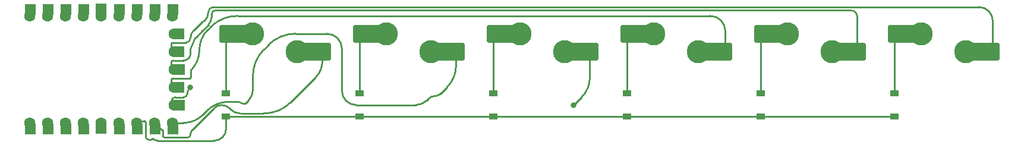
<source format=gbr>
G04 #@! TF.GenerationSoftware,KiCad,Pcbnew,(6.0.6)*
G04 #@! TF.CreationDate,2022-09-21T14:47:18+10:00*
G04 #@! TF.ProjectId,freshboard,66726573-6862-46f6-9172-642e6b696361,rev?*
G04 #@! TF.SameCoordinates,Original*
G04 #@! TF.FileFunction,Copper,L1,Top*
G04 #@! TF.FilePolarity,Positive*
%FSLAX46Y46*%
G04 Gerber Fmt 4.6, Leading zero omitted, Abs format (unit mm)*
G04 Created by KiCad (PCBNEW (6.0.6)) date 2022-09-21 14:47:18*
%MOMM*%
%LPD*%
G01*
G04 APERTURE LIST*
G04 Aperture macros list*
%AMRoundRect*
0 Rectangle with rounded corners*
0 $1 Rounding radius*
0 $2 $3 $4 $5 $6 $7 $8 $9 X,Y pos of 4 corners*
0 Add a 4 corners polygon primitive as box body*
4,1,4,$2,$3,$4,$5,$6,$7,$8,$9,$2,$3,0*
0 Add four circle primitives for the rounded corners*
1,1,$1+$1,$2,$3*
1,1,$1+$1,$4,$5*
1,1,$1+$1,$6,$7*
1,1,$1+$1,$8,$9*
0 Add four rect primitives between the rounded corners*
20,1,$1+$1,$2,$3,$4,$5,0*
20,1,$1+$1,$4,$5,$6,$7,0*
20,1,$1+$1,$6,$7,$8,$9,0*
20,1,$1+$1,$8,$9,$2,$3,0*%
G04 Aperture macros list end*
G04 #@! TA.AperFunction,SMDPad,CuDef*
%ADD10R,1.200000X0.900000*%
G04 #@! TD*
G04 #@! TA.AperFunction,SMDPad,CuDef*
%ADD11R,1.650000X2.500000*%
G04 #@! TD*
G04 #@! TA.AperFunction,ComponentPad*
%ADD12C,3.300000*%
G04 #@! TD*
G04 #@! TA.AperFunction,SMDPad,CuDef*
%ADD13RoundRect,0.250000X-1.025000X-1.000000X1.025000X-1.000000X1.025000X1.000000X-1.025000X1.000000X0*%
G04 #@! TD*
G04 #@! TA.AperFunction,CastellatedPad*
%ADD14R,1.600200X1.574800*%
G04 #@! TD*
G04 #@! TA.AperFunction,ComponentPad*
%ADD15C,1.600000*%
G04 #@! TD*
G04 #@! TA.AperFunction,ViaPad*
%ADD16C,0.800000*%
G04 #@! TD*
G04 #@! TA.AperFunction,Conductor*
%ADD17C,0.250000*%
G04 #@! TD*
G04 APERTURE END LIST*
D10*
G04 #@! TO.P,D2,1,K*
G04 #@! TO.N,row0*
X115570000Y-100710000D03*
G04 #@! TO.P,D2,2,A*
G04 #@! TO.N,Net-(SW2-Pad2)*
X115570000Y-97410000D03*
G04 #@! TD*
D11*
G04 #@! TO.P,SW6,1,1*
G04 #@! TO.N,col5*
X203755000Y-91440000D03*
D12*
X201930000Y-91440000D03*
D13*
X205480000Y-91440000D03*
D11*
G04 #@! TO.P,SW6,2,2*
G04 #@! TO.N,Net-(SW6-Pad2)*
X193780000Y-88900000D03*
D13*
X192030000Y-88900000D03*
D12*
X195580000Y-88900000D03*
G04 #@! TD*
D13*
G04 #@! TO.P,SW5,1,1*
G04 #@! TO.N,col4*
X186430000Y-91440000D03*
D12*
X182880000Y-91440000D03*
D11*
X184705000Y-91440000D03*
D12*
G04 #@! TO.P,SW5,2,2*
G04 #@! TO.N,Net-(SW5-Pad2)*
X176530000Y-88900000D03*
D11*
X174730000Y-88900000D03*
D13*
X172980000Y-88900000D03*
G04 #@! TD*
D10*
G04 #@! TO.P,D3,1,K*
G04 #@! TO.N,row0*
X134620000Y-100710000D03*
G04 #@! TO.P,D3,2,A*
G04 #@! TO.N,Net-(SW3-Pad2)*
X134620000Y-97410000D03*
G04 #@! TD*
G04 #@! TO.P,D6,1,K*
G04 #@! TO.N,row0*
X191770000Y-100710000D03*
G04 #@! TO.P,D6,2,A*
G04 #@! TO.N,Net-(SW6-Pad2)*
X191770000Y-97410000D03*
G04 #@! TD*
G04 #@! TO.P,D5,1,K*
G04 #@! TO.N,row0*
X172720000Y-100710000D03*
G04 #@! TO.P,D5,2,A*
G04 #@! TO.N,Net-(SW5-Pad2)*
X172720000Y-97410000D03*
G04 #@! TD*
G04 #@! TO.P,D4,1,K*
G04 #@! TO.N,row0*
X153670000Y-100710000D03*
G04 #@! TO.P,D4,2,A*
G04 #@! TO.N,Net-(SW4-Pad2)*
X153670000Y-97410000D03*
G04 #@! TD*
D13*
G04 #@! TO.P,SW1,1,1*
G04 #@! TO.N,col0*
X110230000Y-91440000D03*
D12*
X106680000Y-91440000D03*
D11*
X108505000Y-91440000D03*
G04 #@! TO.P,SW1,2,2*
G04 #@! TO.N,Net-(SW1-Pad2)*
X98530000Y-88900000D03*
D13*
X96780000Y-88900000D03*
D12*
X100330000Y-88900000D03*
G04 #@! TD*
D14*
G04 #@! TO.P,RZ1,*
G04 #@! TO.N,*
X86362500Y-102472000D03*
X68582500Y-102446600D03*
X71122500Y-102446600D03*
X83822500Y-102446600D03*
X89816900Y-88908400D03*
X89842300Y-99068400D03*
X86362500Y-85454000D03*
X81282500Y-102446600D03*
X78729800Y-85377800D03*
X68582500Y-85428600D03*
X89816900Y-91448400D03*
X88902500Y-102472000D03*
X88902500Y-85454000D03*
X83822500Y-85428600D03*
X81282500Y-85428600D03*
X71122500Y-85428600D03*
X73662500Y-102472000D03*
X89816900Y-96528400D03*
X89842300Y-93988400D03*
X73662500Y-85454000D03*
X76202500Y-102472000D03*
X76202500Y-85454000D03*
X78729800Y-102395800D03*
D15*
G04 #@! TO.P,RZ1,1,GP0*
G04 #@! TO.N,unconnected-(RZ1-Pad1)*
X68580000Y-86360000D03*
G04 #@! TO.P,RZ1,2,GP1*
G04 #@! TO.N,unconnected-(RZ1-Pad2)*
X71120000Y-86360000D03*
G04 #@! TO.P,RZ1,3,GP2*
G04 #@! TO.N,unconnected-(RZ1-Pad3)*
X73660000Y-86360000D03*
G04 #@! TO.P,RZ1,4,GP3*
G04 #@! TO.N,unconnected-(RZ1-Pad4)*
X76200000Y-86360000D03*
G04 #@! TO.P,RZ1,5,GP4*
G04 #@! TO.N,unconnected-(RZ1-Pad5)*
X78740000Y-86360000D03*
G04 #@! TO.P,RZ1,6,GP5*
G04 #@! TO.N,unconnected-(RZ1-Pad6)*
X81280000Y-86360000D03*
G04 #@! TO.P,RZ1,7,GP6*
G04 #@! TO.N,unconnected-(RZ1-Pad7)*
X83820000Y-86360000D03*
G04 #@! TO.P,RZ1,8,GP7*
G04 #@! TO.N,unconnected-(RZ1-Pad8)*
X86360000Y-86360000D03*
G04 #@! TO.P,RZ1,9,GP8*
G04 #@! TO.N,unconnected-(RZ1-Pad9)*
X88900000Y-86360000D03*
G04 #@! TO.P,RZ1,10,GP9*
G04 #@! TO.N,unconnected-(RZ1-Pad10)*
X89110000Y-88900000D03*
G04 #@! TO.P,RZ1,11,GP10*
G04 #@! TO.N,col5*
X89110000Y-91440000D03*
G04 #@! TO.P,RZ1,12,GP11*
G04 #@! TO.N,col4*
X89110000Y-93980000D03*
G04 #@! TO.P,RZ1,13,GP12*
G04 #@! TO.N,col3*
X89110000Y-96520000D03*
G04 #@! TO.P,RZ1,14,GP13*
G04 #@! TO.N,col2*
X89110000Y-99060000D03*
G04 #@! TO.P,RZ1,15,GP14*
G04 #@! TO.N,col1*
X88900000Y-101600000D03*
G04 #@! TO.P,RZ1,16,GP15*
G04 #@! TO.N,col0*
X86360000Y-101600000D03*
G04 #@! TO.P,RZ1,17,GP26*
G04 #@! TO.N,row0*
X83820000Y-101600000D03*
G04 #@! TO.P,RZ1,18,GP27*
G04 #@! TO.N,unconnected-(RZ1-Pad18)*
X81280000Y-101600000D03*
G04 #@! TO.P,RZ1,19,GP28*
G04 #@! TO.N,unconnected-(RZ1-Pad19)*
X78740000Y-101600000D03*
G04 #@! TO.P,RZ1,20,GP29*
G04 #@! TO.N,unconnected-(RZ1-Pad20)*
X76200000Y-101600000D03*
G04 #@! TO.P,RZ1,21,3V3*
G04 #@! TO.N,unconnected-(RZ1-Pad21)*
X73660000Y-101600000D03*
G04 #@! TO.P,RZ1,22,5V*
G04 #@! TO.N,unconnected-(RZ1-Pad22)*
X68580000Y-101600000D03*
G04 #@! TO.P,RZ1,23,GND*
G04 #@! TO.N,GND*
X71120000Y-101600000D03*
G04 #@! TD*
D12*
G04 #@! TO.P,SW4,1,1*
G04 #@! TO.N,col3*
X163830000Y-91440000D03*
D13*
X167380000Y-91440000D03*
D11*
X165655000Y-91440000D03*
G04 #@! TO.P,SW4,2,2*
G04 #@! TO.N,Net-(SW4-Pad2)*
X155680000Y-88900000D03*
D13*
X153930000Y-88900000D03*
D12*
X157480000Y-88900000D03*
G04 #@! TD*
D13*
G04 #@! TO.P,SW2,1,1*
G04 #@! TO.N,col1*
X129280000Y-91440000D03*
D12*
X125730000Y-91440000D03*
D11*
X127555000Y-91440000D03*
G04 #@! TO.P,SW2,2,2*
G04 #@! TO.N,Net-(SW2-Pad2)*
X117580000Y-88900000D03*
D13*
X115830000Y-88900000D03*
D12*
X119380000Y-88900000D03*
G04 #@! TD*
D13*
G04 #@! TO.P,SW3,1,1*
G04 #@! TO.N,col2*
X148330000Y-91440000D03*
D12*
X144780000Y-91440000D03*
D11*
X146605000Y-91440000D03*
D13*
G04 #@! TO.P,SW3,2,2*
G04 #@! TO.N,Net-(SW3-Pad2)*
X134880000Y-88900000D03*
D11*
X136630000Y-88900000D03*
D12*
X138430000Y-88900000D03*
G04 #@! TD*
D10*
G04 #@! TO.P,D1,1,K*
G04 #@! TO.N,row0*
X96520000Y-100710000D03*
G04 #@! TO.P,D1,2,A*
G04 #@! TO.N,Net-(SW1-Pad2)*
X96520000Y-97410000D03*
G04 #@! TD*
D16*
G04 #@! TO.N,col2*
X146050000Y-99060000D03*
X91440000Y-96520000D03*
G04 #@! TD*
D17*
G04 #@! TO.N,row0*
X85090000Y-101577292D02*
X85090000Y-103612525D01*
X84846907Y-101334200D02*
X83820000Y-101334200D01*
X85979961Y-103929987D02*
X86064974Y-103844975D01*
X94805000Y-104140000D02*
X86777224Y-104140000D01*
X85492474Y-104015000D02*
X85774723Y-104015000D01*
X96520000Y-100710000D02*
X191770000Y-100710000D01*
X96520000Y-100710000D02*
X96520000Y-102425000D01*
X86777224Y-104139974D02*
G75*
G02*
X86064974Y-103844975I-24J1007274D01*
G01*
X85090000Y-103612525D02*
G75*
G03*
X85492474Y-104015000I402500J25D01*
G01*
X96520000Y-102425000D02*
G75*
G02*
X94805000Y-104140000I-1715000J0D01*
G01*
X85774723Y-104015001D02*
G75*
G03*
X85979961Y-103929987I-23J290301D01*
G01*
X84846907Y-101334197D02*
G75*
G02*
X85018800Y-101405400I-7J-243103D01*
G01*
X85090003Y-101577292D02*
G75*
G03*
X85018800Y-101405400I-243103J-8D01*
G01*
G04 #@! TO.N,Net-(SW1-Pad2)*
X96520000Y-89343847D02*
X96520000Y-97410000D01*
X96650000Y-89030000D02*
X96780000Y-88900000D01*
X96520020Y-89343847D02*
G75*
G02*
X96650000Y-89030000I443780J47D01*
G01*
G04 #@! TO.N,Net-(SW2-Pad2)*
X115700000Y-89030000D02*
X115830000Y-88900000D01*
X115570000Y-89343847D02*
X115570000Y-97410000D01*
X115570020Y-89343847D02*
G75*
G02*
X115700000Y-89030000I443780J47D01*
G01*
G04 #@! TO.N,Net-(SW3-Pad2)*
X134750000Y-89030000D02*
X134880000Y-88900000D01*
X134620000Y-89343847D02*
X134620000Y-97410000D01*
X134749986Y-89029986D02*
G75*
G03*
X134620000Y-89343847I313814J-313814D01*
G01*
G04 #@! TO.N,Net-(SW4-Pad2)*
X153800000Y-89030000D02*
X153930000Y-88900000D01*
X153670000Y-89343847D02*
X153670000Y-97410000D01*
X153799986Y-89029986D02*
G75*
G03*
X153670000Y-89343847I313814J-313814D01*
G01*
G04 #@! TO.N,Net-(SW5-Pad2)*
X172720000Y-89343847D02*
X172720000Y-97410000D01*
X172850000Y-89030000D02*
X172980000Y-88900000D01*
X172720020Y-89343847D02*
G75*
G02*
X172850000Y-89030000I443780J47D01*
G01*
G04 #@! TO.N,Net-(SW6-Pad2)*
X191770000Y-89343847D02*
X191770000Y-97410000D01*
X191900000Y-89030000D02*
X192030000Y-88900000D01*
X191770020Y-89343847D02*
G75*
G02*
X191900000Y-89030000I443780J47D01*
G01*
G04 #@! TO.N,col5*
X90805000Y-90170000D02*
X88975179Y-90170000D01*
X94720000Y-85090000D02*
X203740001Y-85090000D01*
X205610000Y-91310000D02*
X205480000Y-91440000D01*
X93172495Y-87167504D02*
X91889012Y-88450987D01*
X88691800Y-90453379D02*
X88691800Y-91440000D01*
X205740000Y-87089998D02*
X205740000Y-90996152D01*
X93351740Y-87093259D02*
X93456740Y-87093259D01*
X93980000Y-85830000D02*
G75*
G02*
X94720000Y-85090000I740000J0D01*
G01*
X88691792Y-90453379D02*
G75*
G02*
X88774800Y-90253000I283408J-21D01*
G01*
X205740000Y-87089998D02*
G75*
G03*
X203740001Y-85090000I-2000000J-2D01*
G01*
X93172486Y-87167495D02*
G75*
G02*
X93351740Y-87093259I179214J-179205D01*
G01*
X88774806Y-90253006D02*
G75*
G02*
X88975179Y-90170000I200394J-200394D01*
G01*
X91439992Y-89535000D02*
G75*
G02*
X91889012Y-88450987I1533008J0D01*
G01*
X93456737Y-87093256D02*
G75*
G03*
X93980000Y-85830000I-1263237J1263256D01*
G01*
X205739950Y-90996152D02*
G75*
G02*
X205609999Y-91309999I-443850J-48D01*
G01*
X90805000Y-90170000D02*
G75*
G03*
X91440000Y-89535000I0J635000D01*
G01*
G04 #@! TO.N,col4*
X90488198Y-92710000D02*
X89000579Y-92710000D01*
X186430000Y-86495979D02*
X186430000Y-91440000D01*
X93119999Y-88489999D02*
X92299999Y-89309999D01*
X92299999Y-89309999D02*
X92114999Y-89495000D01*
X185474020Y-85540000D02*
X95061629Y-85540000D01*
X88717200Y-92993379D02*
X88717200Y-93980000D01*
X91440000Y-91758198D02*
X91440000Y-91124594D01*
X94430000Y-86171629D02*
X94430000Y-86545000D01*
X93980987Y-87629012D02*
X93119999Y-88489999D01*
X94430006Y-86545000D02*
G75*
G02*
X93980986Y-87629011I-1533006J0D01*
G01*
X91665002Y-90581397D02*
G75*
G03*
X91890000Y-90038198I-543202J543197D01*
G01*
X186149994Y-85820006D02*
G75*
G03*
X185474020Y-85540000I-675994J-675994D01*
G01*
X94614991Y-85724991D02*
G75*
G02*
X95061629Y-85540000I446609J-446609D01*
G01*
X91889999Y-90038198D02*
G75*
G02*
X92114999Y-89495000I768201J-2D01*
G01*
X94614991Y-85724991D02*
G75*
G03*
X94430000Y-86171629I446609J-446609D01*
G01*
X186149994Y-85820006D02*
G75*
G02*
X186430000Y-86495979I-675994J-675994D01*
G01*
X91439996Y-91124594D02*
G75*
G02*
X91665000Y-90581395I768204J-6D01*
G01*
X88800206Y-92793006D02*
G75*
G02*
X89000579Y-92710000I200394J-200394D01*
G01*
X90488198Y-92710000D02*
G75*
G03*
X91440000Y-91758198I2J951800D01*
G01*
X88717192Y-92993379D02*
G75*
G02*
X88800200Y-92793000I283408J-21D01*
G01*
G04 #@! TO.N,col3*
X88691800Y-95533379D02*
X88691800Y-96520000D01*
X167640000Y-90996152D02*
X167640000Y-88528025D01*
X167510000Y-91310000D02*
X167380000Y-91440000D01*
X91387875Y-95250000D02*
X88975179Y-95250000D01*
X165471974Y-86360000D02*
X98132447Y-86360000D01*
X94298197Y-87948197D02*
X93906284Y-88340111D01*
X91513715Y-95124160D02*
X91513715Y-94116284D01*
X98132447Y-86360019D02*
G75*
G03*
X94298198Y-87948198I-47J-5422381D01*
G01*
X167510035Y-91310035D02*
G75*
G03*
X167640000Y-90996152I-313935J313835D01*
G01*
X91387875Y-95249964D02*
G75*
G03*
X91476857Y-95213142I25J125864D01*
G01*
X92710007Y-91228198D02*
G75*
G02*
X93906285Y-88340112I4084393J-2D01*
G01*
X167639989Y-88528025D02*
G75*
G03*
X167005000Y-86995000I-2167989J25D01*
G01*
X165471974Y-86360011D02*
G75*
G02*
X167005000Y-86995000I26J-2167989D01*
G01*
X88691792Y-95533379D02*
G75*
G02*
X88774800Y-95333000I283408J-21D01*
G01*
X88774806Y-95333006D02*
G75*
G02*
X88975179Y-95250000I200394J-200394D01*
G01*
X92709989Y-91228198D02*
G75*
G02*
X91513715Y-94116284I-4084389J-2D01*
G01*
X91476872Y-95213157D02*
G75*
G03*
X91513715Y-95124160I-88972J88957D01*
G01*
G04 #@! TO.N,col2*
X91440000Y-96520000D02*
X91440000Y-96625000D01*
X148330000Y-95167796D02*
X148330000Y-91440000D01*
X90967400Y-97474300D02*
X90967400Y-97326778D01*
X91440000Y-96520000D02*
X91203700Y-96756300D01*
X90485700Y-97956000D02*
X89269200Y-97956000D01*
X147190000Y-97920000D02*
X146050000Y-99060000D01*
X88717200Y-98508000D02*
X88717200Y-99060000D01*
X90967392Y-97326778D02*
G75*
G02*
X91203701Y-96756301I806808J-22D01*
G01*
X90485700Y-97956000D02*
G75*
G03*
X90967400Y-97474300I0J481700D01*
G01*
X88717200Y-98508000D02*
G75*
G02*
X89269200Y-97956000I552000J0D01*
G01*
X91365755Y-96804248D02*
G75*
G03*
X91440000Y-96625000I-179255J179248D01*
G01*
X147190001Y-97920001D02*
G75*
G03*
X148330000Y-95167796I-2752201J2752201D01*
G01*
G04 #@! TO.N,col1*
X129280000Y-93429257D02*
X129280000Y-91440000D01*
X113030000Y-91068025D02*
X113030000Y-97060001D01*
X90486802Y-101600000D02*
X88900000Y-101600000D01*
X123561974Y-99060000D02*
X115029998Y-99060000D01*
X106393963Y-88900000D02*
X110861974Y-88900000D01*
X96836802Y-98610000D02*
X98291801Y-98610000D01*
X127077511Y-97438024D02*
X128002768Y-96512768D01*
X101923792Y-91116206D02*
X102546207Y-90493792D01*
X93195642Y-100477961D02*
X93809763Y-99863839D01*
X99695000Y-98425000D02*
X99285000Y-98835000D01*
X125095000Y-98425000D02*
X125378024Y-98141975D01*
X100330000Y-94963963D02*
X100330000Y-96891974D01*
X93809759Y-99863835D02*
G75*
G02*
X96836802Y-98610000I3027041J-3027065D01*
G01*
X125095008Y-98425008D02*
G75*
G02*
X123561974Y-99060000I-1533008J1533008D01*
G01*
X128002781Y-96512781D02*
G75*
G03*
X129280000Y-93429257I-3083481J3083481D01*
G01*
X98291801Y-98610000D02*
G75*
G02*
X98834999Y-98835001I-1J-768200D01*
G01*
X125378044Y-98141995D02*
G75*
G02*
X126227768Y-97790000I849756J-849705D01*
G01*
X106393963Y-88899960D02*
G75*
G03*
X102546208Y-90493793I37J-5441540D01*
G01*
X99695008Y-98425008D02*
G75*
G03*
X100330000Y-96891974I-1533008J1533008D01*
G01*
X90486802Y-101599994D02*
G75*
G03*
X93195642Y-100477961I-2J3830894D01*
G01*
X110861974Y-88900011D02*
G75*
G02*
X112395000Y-89535000I26J-2167989D01*
G01*
X115029998Y-99060000D02*
G75*
G02*
X113030000Y-97060001I2J2000000D01*
G01*
X101923801Y-91116215D02*
G75*
G03*
X100330000Y-94963963I3847799J-3847785D01*
G01*
X127077524Y-97438037D02*
G75*
G02*
X126227768Y-97790000I-849724J849737D01*
G01*
X99285000Y-98835000D02*
G75*
G02*
X98835000Y-98835000I-225000J225000D01*
G01*
X113029989Y-91068025D02*
G75*
G03*
X112395000Y-89535000I-2167989J25D01*
G01*
G04 #@! TO.N,col0*
X101886036Y-100260000D02*
X98568528Y-100260000D01*
X105733792Y-98666207D02*
X109264799Y-95135200D01*
X87405000Y-102645000D02*
X86360000Y-101600000D01*
X96969012Y-99509012D02*
X97120000Y-99660000D01*
X87730692Y-103690000D02*
X91030000Y-103690000D01*
X110230000Y-92805000D02*
X110230000Y-91440000D01*
X87487600Y-103446907D02*
X87487600Y-102645000D01*
X91729913Y-102580086D02*
X94800987Y-99509012D01*
X87558802Y-103618798D02*
G75*
G03*
X87730692Y-103690000I171898J171898D01*
G01*
X87558802Y-103618798D02*
G75*
G02*
X87487600Y-103446907I171898J171898D01*
G01*
X95885000Y-99059993D02*
G75*
G02*
X96969012Y-99509012I0J-1533007D01*
G01*
X95885000Y-99059992D02*
G75*
G03*
X94800987Y-99509012I0J-1533008D01*
G01*
X91439992Y-103280000D02*
G75*
G02*
X91729914Y-102580087I989808J0D01*
G01*
X109264799Y-95135200D02*
G75*
G03*
X110230000Y-92805000I-2330199J2330200D01*
G01*
X97119992Y-99660008D02*
G75*
G03*
X98568528Y-100260000I1448508J1448508D01*
G01*
X105733785Y-98666200D02*
G75*
G02*
X101886036Y-100260000I-3847785J3847800D01*
G01*
X91440000Y-103280000D02*
G75*
G02*
X91030000Y-103690000I-410000J0D01*
G01*
G04 #@! TD*
M02*

</source>
